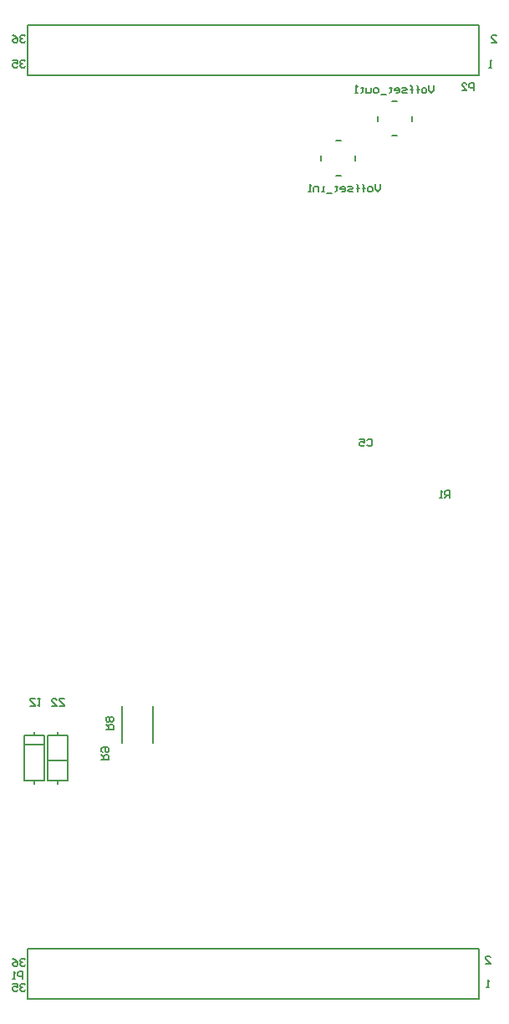
<source format=gbo>
G04*
G04 #@! TF.GenerationSoftware,Altium Limited,Altium Designer,22.4.2 (48)*
G04*
G04 Layer_Color=32896*
%FSLAX25Y25*%
%MOIN*%
G70*
G04*
G04 #@! TF.SameCoordinates,2E2B2F14-C775-4052-8AD3-083FCFC3520C*
G04*
G04*
G04 #@! TF.FilePolarity,Positive*
G04*
G01*
G75*
%ADD11C,0.00787*%
%ADD14C,0.00591*%
%ADD66C,0.00606*%
D11*
X14961Y-303929D02*
Y-285827D01*
X7087Y-303929D02*
Y-285827D01*
X14961D01*
X11024Y-305118D02*
Y-304134D01*
Y-285433D02*
Y-284449D01*
X7087Y-303929D02*
X14961D01*
X16535Y-303937D02*
Y-285835D01*
X24409Y-303937D02*
Y-285835D01*
X16535Y-303937D02*
X24409D01*
X20472Y-285630D02*
Y-284646D01*
Y-305315D02*
Y-304331D01*
X16535Y-285835D02*
X24409D01*
X161677Y-41238D02*
Y-39112D01*
X147898Y-41238D02*
Y-39112D01*
X153724Y-33285D02*
X155850D01*
X153724Y-47065D02*
X155850D01*
X131220Y-62795D02*
X133346D01*
X131220Y-49016D02*
X133346D01*
X139173Y-56968D02*
Y-54843D01*
X125394Y-56968D02*
Y-54843D01*
X46063Y-288799D02*
Y-274232D01*
X58268Y-288799D02*
Y-274232D01*
X8425Y-390827D02*
Y-370827D01*
X188425Y-390827D02*
Y-370827D01*
X8425D02*
X188425D01*
X8425Y-390827D02*
X188425D01*
X8425Y-22874D02*
X188425D01*
X8425Y-2874D02*
X188425D01*
Y-22874D02*
Y-2874D01*
X8425Y-22874D02*
Y-2874D01*
D14*
X16535Y-296063D02*
X24409D01*
X7087Y-289764D02*
X14961D01*
X190957Y-376827D02*
X192925D01*
X190957Y-374859D01*
Y-374367D01*
X191449Y-373875D01*
X192433D01*
X192925Y-374367D01*
X192425Y-386327D02*
X191441D01*
X191933D01*
Y-383375D01*
X192425Y-383867D01*
X7425Y-385367D02*
X6933Y-384875D01*
X5949D01*
X5457Y-385367D01*
Y-385859D01*
X5949Y-386351D01*
X6441D01*
X5949D01*
X5457Y-386843D01*
Y-387335D01*
X5949Y-387827D01*
X6933D01*
X7425Y-387335D01*
X2506Y-384875D02*
X4473D01*
Y-386351D01*
X3489Y-385859D01*
X2998D01*
X2506Y-386351D01*
Y-387335D01*
X2998Y-387827D01*
X3981D01*
X4473Y-387335D01*
X7425Y-375367D02*
X6933Y-374875D01*
X5949D01*
X5457Y-375367D01*
Y-375859D01*
X5949Y-376351D01*
X6441D01*
X5949D01*
X5457Y-376843D01*
Y-377335D01*
X5949Y-377827D01*
X6933D01*
X7425Y-377335D01*
X2506Y-374875D02*
X3489Y-375367D01*
X4473Y-376351D01*
Y-377335D01*
X3981Y-377827D01*
X2998D01*
X2506Y-377335D01*
Y-376843D01*
X2998Y-376351D01*
X4473D01*
X7425Y-7414D02*
X6933Y-6922D01*
X5949D01*
X5457Y-7414D01*
Y-7906D01*
X5949Y-8398D01*
X6441D01*
X5949D01*
X5457Y-8890D01*
Y-9382D01*
X5949Y-9874D01*
X6933D01*
X7425Y-9382D01*
X2506Y-6922D02*
X3489Y-7414D01*
X4473Y-8398D01*
Y-9382D01*
X3981Y-9874D01*
X2998D01*
X2506Y-9382D01*
Y-8890D01*
X2998Y-8398D01*
X4473D01*
X7425Y-17414D02*
X6933Y-16922D01*
X5949D01*
X5457Y-17414D01*
Y-17906D01*
X5949Y-18398D01*
X6441D01*
X5949D01*
X5457Y-18890D01*
Y-19382D01*
X5949Y-19874D01*
X6933D01*
X7425Y-19382D01*
X2506Y-16922D02*
X4473D01*
Y-18398D01*
X3489Y-17906D01*
X2998D01*
X2506Y-18398D01*
Y-19382D01*
X2998Y-19874D01*
X3981D01*
X4473Y-19382D01*
X193425Y-19874D02*
X192441D01*
X192933D01*
Y-16922D01*
X193425Y-17414D01*
X193457Y-9874D02*
X195425D01*
X193457Y-7906D01*
Y-7414D01*
X193949Y-6922D01*
X194933D01*
X195425Y-7414D01*
X39689Y-283491D02*
X42641D01*
Y-282015D01*
X42149Y-281523D01*
X41165D01*
X40673Y-282015D01*
Y-283491D01*
Y-282507D02*
X39689Y-281523D01*
X42149Y-280539D02*
X42641Y-280048D01*
Y-279064D01*
X42149Y-278572D01*
X41657D01*
X41165Y-279064D01*
X40673Y-278572D01*
X40181D01*
X39689Y-279064D01*
Y-280048D01*
X40181Y-280539D01*
X40673D01*
X41165Y-280048D01*
X41657Y-280539D01*
X42149D01*
X41165Y-280048D02*
Y-279064D01*
X22932Y-271359D02*
X20964D01*
Y-271851D01*
X22932Y-273819D01*
Y-274311D01*
X20964D01*
X18013D02*
X19981D01*
X18013Y-272343D01*
Y-271851D01*
X18505Y-271359D01*
X19489D01*
X19981Y-271851D01*
X186460Y-28976D02*
Y-26024D01*
X184984D01*
X184492Y-26516D01*
Y-27500D01*
X184984Y-27992D01*
X186460D01*
X181540Y-28976D02*
X183508D01*
X181540Y-27008D01*
Y-26516D01*
X182032Y-26024D01*
X183016D01*
X183508Y-26516D01*
X6468Y-382976D02*
Y-380024D01*
X4992D01*
X4500Y-380516D01*
Y-381500D01*
X4992Y-381992D01*
X6468D01*
X3516Y-382976D02*
X2532D01*
X3024D01*
Y-380024D01*
X3516Y-380516D01*
X176771Y-191252D02*
Y-188300D01*
X175295D01*
X174803Y-188792D01*
Y-189776D01*
X175295Y-190268D01*
X176771D01*
X175787D02*
X174803Y-191252D01*
X173819D02*
X172835D01*
X173327D01*
Y-188300D01*
X173819Y-188792D01*
X37749Y-295669D02*
X40700D01*
Y-294193D01*
X40208Y-293701D01*
X39224D01*
X38732Y-294193D01*
Y-295669D01*
Y-294685D02*
X37749Y-293701D01*
X38241Y-292717D02*
X37749Y-292225D01*
Y-291241D01*
X38241Y-290749D01*
X40208D01*
X40700Y-291241D01*
Y-292225D01*
X40208Y-292717D01*
X39716D01*
X39224Y-292225D01*
Y-290749D01*
X9449Y-274311D02*
X11417D01*
Y-273819D01*
X9449Y-271851D01*
Y-271359D01*
X11417D01*
X12401D02*
X13385D01*
X12893D01*
Y-274311D01*
X12401Y-273819D01*
X143799Y-168307D02*
X144291Y-167815D01*
X145275D01*
X145767Y-168307D01*
Y-170275D01*
X145275Y-170767D01*
X144291D01*
X143799Y-170275D01*
X140847Y-167815D02*
X142815D01*
Y-169291D01*
X141831Y-168799D01*
X141339D01*
X140847Y-169291D01*
Y-170275D01*
X141339Y-170767D01*
X142323D01*
X142815Y-170275D01*
D66*
X148913Y-66388D02*
Y-68356D01*
X147929Y-69340D01*
X146945Y-68356D01*
Y-66388D01*
X145469Y-69340D02*
X144485D01*
X143993Y-68848D01*
Y-67864D01*
X144485Y-67372D01*
X145469D01*
X145961Y-67864D01*
Y-68848D01*
X145469Y-69340D01*
X142517D02*
Y-66880D01*
Y-67864D01*
X143009D01*
X142025D01*
X142517D01*
Y-66880D01*
X142025Y-66388D01*
X140057Y-69340D02*
Y-66880D01*
Y-67864D01*
X140549D01*
X139565D01*
X140057D01*
Y-66880D01*
X139565Y-66388D01*
X138090Y-69340D02*
X136614D01*
X136122Y-68848D01*
X136614Y-68356D01*
X137598D01*
X138090Y-67864D01*
X137598Y-67372D01*
X136122D01*
X133662Y-69340D02*
X134646D01*
X135138Y-68848D01*
Y-67864D01*
X134646Y-67372D01*
X133662D01*
X133170Y-67864D01*
Y-68356D01*
X135138D01*
X131694Y-66880D02*
Y-67372D01*
X132186D01*
X131202D01*
X131694D01*
Y-68848D01*
X131202Y-69340D01*
X129726Y-69832D02*
X127758D01*
X126774Y-69340D02*
X125790D01*
X126282D01*
Y-67372D01*
X126774D01*
X124314Y-69340D02*
Y-67372D01*
X122838D01*
X122346Y-67864D01*
Y-69340D01*
X121362D02*
X120379D01*
X120871D01*
Y-66388D01*
X121362Y-66880D01*
X170467Y-27018D02*
Y-28986D01*
X169483Y-29970D01*
X168500Y-28986D01*
Y-27018D01*
X167024Y-29970D02*
X166040D01*
X165548Y-29478D01*
Y-28494D01*
X166040Y-28002D01*
X167024D01*
X167516Y-28494D01*
Y-29478D01*
X167024Y-29970D01*
X164072D02*
Y-27510D01*
Y-28494D01*
X164564D01*
X163580D01*
X164072D01*
Y-27510D01*
X163580Y-27018D01*
X161612Y-29970D02*
Y-27510D01*
Y-28494D01*
X162104D01*
X161120D01*
X161612D01*
Y-27510D01*
X161120Y-27018D01*
X159644Y-29970D02*
X158168D01*
X157676Y-29478D01*
X158168Y-28986D01*
X159152D01*
X159644Y-28494D01*
X159152Y-28002D01*
X157676D01*
X155216Y-29970D02*
X156200D01*
X156692Y-29478D01*
Y-28494D01*
X156200Y-28002D01*
X155216D01*
X154724Y-28494D01*
Y-28986D01*
X156692D01*
X153249Y-27510D02*
Y-28002D01*
X153741D01*
X152757D01*
X153249D01*
Y-29478D01*
X152757Y-29970D01*
X151281Y-30462D02*
X149313D01*
X147837Y-29970D02*
X146853D01*
X146361Y-29478D01*
Y-28494D01*
X146853Y-28002D01*
X147837D01*
X148329Y-28494D01*
Y-29478D01*
X147837Y-29970D01*
X145377Y-28002D02*
Y-29478D01*
X144885Y-29970D01*
X143409D01*
Y-28002D01*
X141933Y-27510D02*
Y-28002D01*
X142425D01*
X141441D01*
X141933D01*
Y-29478D01*
X141441Y-29970D01*
X139965D02*
X138981D01*
X139473D01*
Y-27018D01*
X139965Y-27510D01*
M02*

</source>
